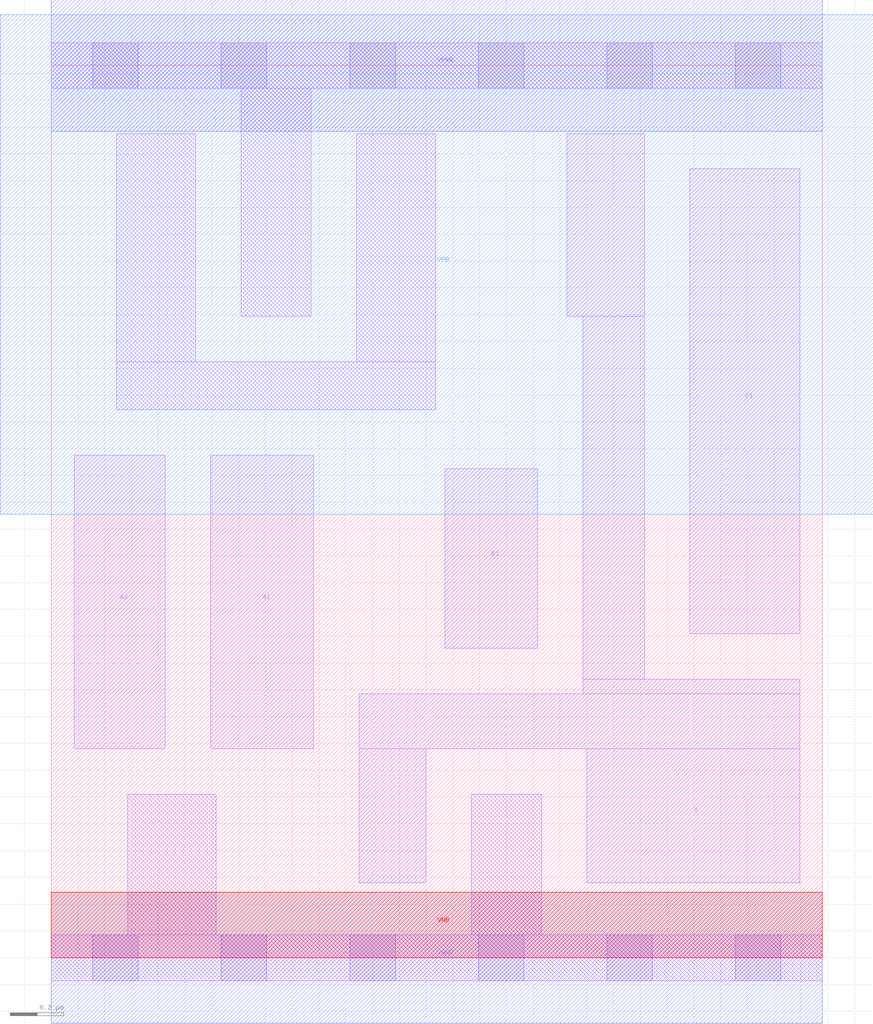
<source format=lef>
# Copyright 2020 The SkyWater PDK Authors
#
# Licensed under the Apache License, Version 2.0 (the "License");
# you may not use this file except in compliance with the License.
# You may obtain a copy of the License at
#
#     https://www.apache.org/licenses/LICENSE-2.0
#
# Unless required by applicable law or agreed to in writing, software
# distributed under the License is distributed on an "AS IS" BASIS,
# WITHOUT WARRANTIES OR CONDITIONS OF ANY KIND, either express or implied.
# See the License for the specific language governing permissions and
# limitations under the License.
#
# SPDX-License-Identifier: Apache-2.0

VERSION 5.7 ;
  NOWIREEXTENSIONATPIN ON ;
  DIVIDERCHAR "/" ;
  BUSBITCHARS "[]" ;
MACRO sky130_fd_sc_lp__a211oi_0
  CLASS CORE ;
  FOREIGN sky130_fd_sc_lp__a211oi_0 ;
  ORIGIN  0.000000  0.000000 ;
  SIZE  2.880000 BY  3.330000 ;
  SYMMETRY X Y R90 ;
  SITE unit ;
  PIN A1
    ANTENNAGATEAREA  0.159000 ;
    DIRECTION INPUT ;
    USE SIGNAL ;
    PORT
      LAYER li1 ;
        RECT 0.595000 0.780000 0.980000 1.875000 ;
    END
  END A1
  PIN A2
    ANTENNAGATEAREA  0.159000 ;
    DIRECTION INPUT ;
    USE SIGNAL ;
    PORT
      LAYER li1 ;
        RECT 0.085000 0.780000 0.425000 1.875000 ;
    END
  END A2
  PIN B1
    ANTENNAGATEAREA  0.159000 ;
    DIRECTION INPUT ;
    USE SIGNAL ;
    PORT
      LAYER li1 ;
        RECT 1.470000 1.155000 1.815000 1.825000 ;
    END
  END B1
  PIN C1
    ANTENNAGATEAREA  0.159000 ;
    DIRECTION INPUT ;
    USE SIGNAL ;
    PORT
      LAYER li1 ;
        RECT 2.385000 1.210000 2.795000 2.945000 ;
    END
  END C1
  PIN Y
    ANTENNADIFFAREA  0.541300 ;
    DIRECTION OUTPUT ;
    USE SIGNAL ;
    PORT
      LAYER li1 ;
        RECT 1.150000 0.280000 1.400000 0.780000 ;
        RECT 1.150000 0.780000 2.795000 0.985000 ;
        RECT 1.925000 2.395000 2.215000 3.075000 ;
        RECT 1.985000 0.985000 2.795000 1.040000 ;
        RECT 1.985000 1.040000 2.215000 2.395000 ;
        RECT 2.000000 0.280000 2.795000 0.780000 ;
    END
  END Y
  PIN VGND
    DIRECTION INOUT ;
    USE GROUND ;
    PORT
      LAYER met1 ;
        RECT 0.000000 -0.245000 2.880000 0.245000 ;
    END
  END VGND
  PIN VNB
    DIRECTION INOUT ;
    USE GROUND ;
    PORT
      LAYER pwell ;
        RECT 0.000000 0.000000 2.880000 0.245000 ;
    END
  END VNB
  PIN VPB
    DIRECTION INOUT ;
    USE POWER ;
    PORT
      LAYER nwell ;
        RECT -0.190000 1.655000 3.070000 3.520000 ;
    END
  END VPB
  PIN VPWR
    DIRECTION INOUT ;
    USE POWER ;
    PORT
      LAYER met1 ;
        RECT 0.000000 3.085000 2.880000 3.575000 ;
    END
  END VPWR
  OBS
    LAYER li1 ;
      RECT 0.000000 -0.085000 2.880000 0.085000 ;
      RECT 0.000000  3.245000 2.880000 3.415000 ;
      RECT 0.245000  2.045000 1.435000 2.225000 ;
      RECT 0.245000  2.225000 0.540000 3.075000 ;
      RECT 0.285000  0.085000 0.615000 0.610000 ;
      RECT 0.710000  2.395000 0.970000 3.245000 ;
      RECT 1.140000  2.225000 1.435000 3.075000 ;
      RECT 1.570000  0.085000 1.830000 0.610000 ;
    LAYER mcon ;
      RECT 0.155000 -0.085000 0.325000 0.085000 ;
      RECT 0.155000  3.245000 0.325000 3.415000 ;
      RECT 0.635000 -0.085000 0.805000 0.085000 ;
      RECT 0.635000  3.245000 0.805000 3.415000 ;
      RECT 1.115000 -0.085000 1.285000 0.085000 ;
      RECT 1.115000  3.245000 1.285000 3.415000 ;
      RECT 1.595000 -0.085000 1.765000 0.085000 ;
      RECT 1.595000  3.245000 1.765000 3.415000 ;
      RECT 2.075000 -0.085000 2.245000 0.085000 ;
      RECT 2.075000  3.245000 2.245000 3.415000 ;
      RECT 2.555000 -0.085000 2.725000 0.085000 ;
      RECT 2.555000  3.245000 2.725000 3.415000 ;
  END
END sky130_fd_sc_lp__a211oi_0
END LIBRARY

</source>
